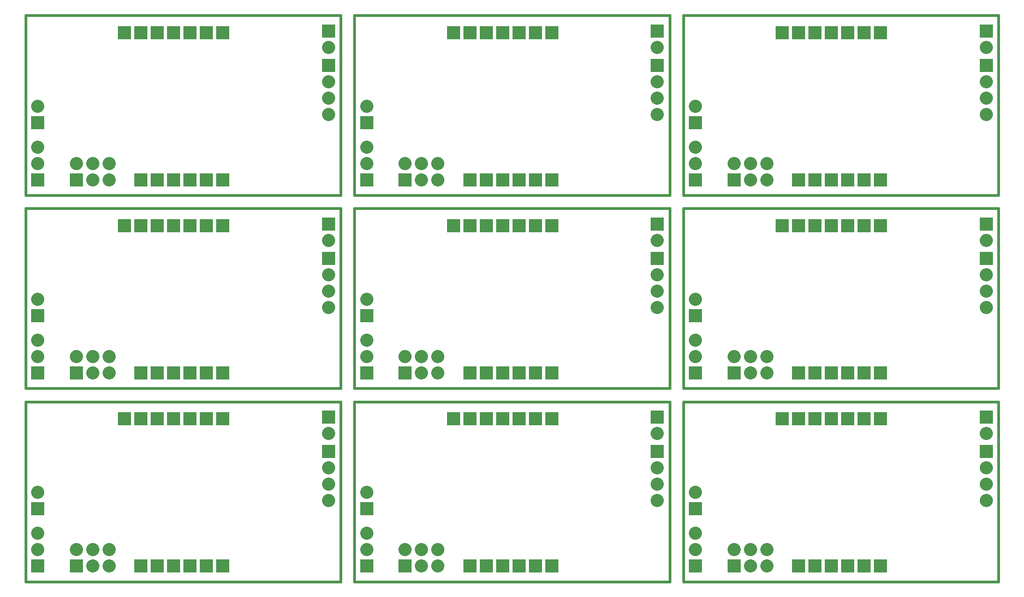
<source format=gbs>
G04 (created by PCBNEW-RS274X (2012-jan-04)-stable) date Thu 08 Nov 2012 06:26:56 PM CET*
G01*
G70*
G90*
%MOIN*%
G04 Gerber Fmt 3.4, Leading zero omitted, Abs format*
%FSLAX34Y34*%
G04 APERTURE LIST*
%ADD10C,0.006000*%
%ADD11C,0.015000*%
%ADD12R,0.080000X0.080000*%
%ADD13C,0.080000*%
G04 APERTURE END LIST*
G54D10*
G54D11*
X46390Y-40491D02*
X65640Y-40491D01*
X46390Y-29491D02*
X65640Y-29491D01*
X46390Y-40491D02*
X46390Y-29491D01*
X65640Y-29491D02*
X65640Y-40491D01*
X65640Y-17680D02*
X65640Y-28680D01*
X46390Y-28680D02*
X46390Y-17680D01*
X46390Y-17680D02*
X65640Y-17680D01*
X46390Y-28680D02*
X65640Y-28680D01*
X46390Y-16869D02*
X65640Y-16869D01*
X46390Y-05869D02*
X65640Y-05869D01*
X46390Y-16869D02*
X46390Y-05869D01*
X65640Y-05869D02*
X65640Y-16869D01*
X45561Y-05869D02*
X45561Y-16869D01*
X26311Y-16869D02*
X26311Y-05869D01*
X26311Y-05869D02*
X45561Y-05869D01*
X26311Y-16869D02*
X45561Y-16869D01*
X26311Y-28680D02*
X45561Y-28680D01*
X26311Y-17680D02*
X45561Y-17680D01*
X26311Y-28680D02*
X26311Y-17680D01*
X45561Y-17680D02*
X45561Y-28680D01*
X45561Y-29491D02*
X45561Y-40491D01*
X26311Y-40491D02*
X26311Y-29491D01*
X26311Y-29491D02*
X45561Y-29491D01*
X26311Y-40491D02*
X45561Y-40491D01*
X06232Y-40491D02*
X25482Y-40491D01*
X06232Y-29491D02*
X25482Y-29491D01*
X06232Y-40491D02*
X06232Y-29491D01*
X25482Y-29491D02*
X25482Y-40491D01*
X25482Y-17680D02*
X25482Y-28680D01*
X06232Y-28680D02*
X06232Y-17680D01*
X06232Y-17680D02*
X25482Y-17680D01*
X06232Y-28680D02*
X25482Y-28680D01*
X06232Y-16869D02*
X25482Y-16869D01*
X06232Y-05869D02*
X25482Y-05869D01*
X06232Y-16869D02*
X06232Y-05869D01*
X25482Y-05869D02*
X25482Y-16869D01*
G54D12*
X64890Y-32541D03*
G54D13*
X64890Y-33541D03*
X64890Y-34541D03*
X64890Y-35541D03*
G54D12*
X49490Y-39541D03*
G54D13*
X49490Y-38541D03*
X50490Y-39541D03*
X50490Y-38541D03*
X51490Y-39541D03*
X51490Y-38541D03*
G54D12*
X47140Y-39541D03*
G54D13*
X47140Y-38541D03*
X47140Y-37541D03*
G54D12*
X64890Y-30441D03*
G54D13*
X64890Y-31441D03*
G54D12*
X47140Y-36041D03*
G54D13*
X47140Y-35041D03*
G54D12*
X57440Y-39541D03*
X52440Y-30541D03*
X53440Y-30541D03*
X54440Y-30541D03*
X53440Y-39541D03*
X54440Y-39541D03*
X58440Y-39541D03*
X56440Y-39541D03*
X55440Y-39541D03*
X55440Y-30541D03*
X56440Y-30541D03*
X57440Y-30541D03*
X58440Y-30541D03*
X58440Y-18730D03*
X57440Y-18730D03*
X56440Y-18730D03*
X55440Y-18730D03*
X55440Y-27730D03*
X56440Y-27730D03*
X58440Y-27730D03*
X54440Y-27730D03*
X53440Y-27730D03*
X54440Y-18730D03*
X53440Y-18730D03*
X52440Y-18730D03*
X57440Y-27730D03*
X47140Y-24230D03*
G54D13*
X47140Y-23230D03*
G54D12*
X64890Y-18630D03*
G54D13*
X64890Y-19630D03*
G54D12*
X47140Y-27730D03*
G54D13*
X47140Y-26730D03*
X47140Y-25730D03*
G54D12*
X49490Y-27730D03*
G54D13*
X49490Y-26730D03*
X50490Y-27730D03*
X50490Y-26730D03*
X51490Y-27730D03*
X51490Y-26730D03*
G54D12*
X64890Y-20730D03*
G54D13*
X64890Y-21730D03*
X64890Y-22730D03*
X64890Y-23730D03*
G54D12*
X64890Y-08919D03*
G54D13*
X64890Y-09919D03*
X64890Y-10919D03*
X64890Y-11919D03*
G54D12*
X49490Y-15919D03*
G54D13*
X49490Y-14919D03*
X50490Y-15919D03*
X50490Y-14919D03*
X51490Y-15919D03*
X51490Y-14919D03*
G54D12*
X47140Y-15919D03*
G54D13*
X47140Y-14919D03*
X47140Y-13919D03*
G54D12*
X64890Y-06819D03*
G54D13*
X64890Y-07819D03*
G54D12*
X47140Y-12419D03*
G54D13*
X47140Y-11419D03*
G54D12*
X57440Y-15919D03*
X52440Y-06919D03*
X53440Y-06919D03*
X54440Y-06919D03*
X53440Y-15919D03*
X54440Y-15919D03*
X58440Y-15919D03*
X56440Y-15919D03*
X55440Y-15919D03*
X55440Y-06919D03*
X56440Y-06919D03*
X57440Y-06919D03*
X58440Y-06919D03*
X38361Y-06919D03*
X37361Y-06919D03*
X36361Y-06919D03*
X35361Y-06919D03*
X35361Y-15919D03*
X36361Y-15919D03*
X38361Y-15919D03*
X34361Y-15919D03*
X33361Y-15919D03*
X34361Y-06919D03*
X33361Y-06919D03*
X32361Y-06919D03*
X37361Y-15919D03*
X27061Y-12419D03*
G54D13*
X27061Y-11419D03*
G54D12*
X44811Y-06819D03*
G54D13*
X44811Y-07819D03*
G54D12*
X27061Y-15919D03*
G54D13*
X27061Y-14919D03*
X27061Y-13919D03*
G54D12*
X29411Y-15919D03*
G54D13*
X29411Y-14919D03*
X30411Y-15919D03*
X30411Y-14919D03*
X31411Y-15919D03*
X31411Y-14919D03*
G54D12*
X44811Y-08919D03*
G54D13*
X44811Y-09919D03*
X44811Y-10919D03*
X44811Y-11919D03*
G54D12*
X44811Y-20730D03*
G54D13*
X44811Y-21730D03*
X44811Y-22730D03*
X44811Y-23730D03*
G54D12*
X29411Y-27730D03*
G54D13*
X29411Y-26730D03*
X30411Y-27730D03*
X30411Y-26730D03*
X31411Y-27730D03*
X31411Y-26730D03*
G54D12*
X27061Y-27730D03*
G54D13*
X27061Y-26730D03*
X27061Y-25730D03*
G54D12*
X44811Y-18630D03*
G54D13*
X44811Y-19630D03*
G54D12*
X27061Y-24230D03*
G54D13*
X27061Y-23230D03*
G54D12*
X37361Y-27730D03*
X32361Y-18730D03*
X33361Y-18730D03*
X34361Y-18730D03*
X33361Y-27730D03*
X34361Y-27730D03*
X38361Y-27730D03*
X36361Y-27730D03*
X35361Y-27730D03*
X35361Y-18730D03*
X36361Y-18730D03*
X37361Y-18730D03*
X38361Y-18730D03*
X38361Y-30541D03*
X37361Y-30541D03*
X36361Y-30541D03*
X35361Y-30541D03*
X35361Y-39541D03*
X36361Y-39541D03*
X38361Y-39541D03*
X34361Y-39541D03*
X33361Y-39541D03*
X34361Y-30541D03*
X33361Y-30541D03*
X32361Y-30541D03*
X37361Y-39541D03*
X27061Y-36041D03*
G54D13*
X27061Y-35041D03*
G54D12*
X44811Y-30441D03*
G54D13*
X44811Y-31441D03*
G54D12*
X27061Y-39541D03*
G54D13*
X27061Y-38541D03*
X27061Y-37541D03*
G54D12*
X29411Y-39541D03*
G54D13*
X29411Y-38541D03*
X30411Y-39541D03*
X30411Y-38541D03*
X31411Y-39541D03*
X31411Y-38541D03*
G54D12*
X44811Y-32541D03*
G54D13*
X44811Y-33541D03*
X44811Y-34541D03*
X44811Y-35541D03*
G54D12*
X24732Y-32541D03*
G54D13*
X24732Y-33541D03*
X24732Y-34541D03*
X24732Y-35541D03*
G54D12*
X09332Y-39541D03*
G54D13*
X09332Y-38541D03*
X10332Y-39541D03*
X10332Y-38541D03*
X11332Y-39541D03*
X11332Y-38541D03*
G54D12*
X06982Y-39541D03*
G54D13*
X06982Y-38541D03*
X06982Y-37541D03*
G54D12*
X24732Y-30441D03*
G54D13*
X24732Y-31441D03*
G54D12*
X06982Y-36041D03*
G54D13*
X06982Y-35041D03*
G54D12*
X17282Y-39541D03*
X12282Y-30541D03*
X13282Y-30541D03*
X14282Y-30541D03*
X13282Y-39541D03*
X14282Y-39541D03*
X18282Y-39541D03*
X16282Y-39541D03*
X15282Y-39541D03*
X15282Y-30541D03*
X16282Y-30541D03*
X17282Y-30541D03*
X18282Y-30541D03*
X18282Y-18730D03*
X17282Y-18730D03*
X16282Y-18730D03*
X15282Y-18730D03*
X15282Y-27730D03*
X16282Y-27730D03*
X18282Y-27730D03*
X14282Y-27730D03*
X13282Y-27730D03*
X14282Y-18730D03*
X13282Y-18730D03*
X12282Y-18730D03*
X17282Y-27730D03*
X06982Y-24230D03*
G54D13*
X06982Y-23230D03*
G54D12*
X24732Y-18630D03*
G54D13*
X24732Y-19630D03*
G54D12*
X06982Y-27730D03*
G54D13*
X06982Y-26730D03*
X06982Y-25730D03*
G54D12*
X09332Y-27730D03*
G54D13*
X09332Y-26730D03*
X10332Y-27730D03*
X10332Y-26730D03*
X11332Y-27730D03*
X11332Y-26730D03*
G54D12*
X24732Y-20730D03*
G54D13*
X24732Y-21730D03*
X24732Y-22730D03*
X24732Y-23730D03*
G54D12*
X24732Y-08919D03*
G54D13*
X24732Y-09919D03*
X24732Y-10919D03*
X24732Y-11919D03*
G54D12*
X09332Y-15919D03*
G54D13*
X09332Y-14919D03*
X10332Y-15919D03*
X10332Y-14919D03*
X11332Y-15919D03*
X11332Y-14919D03*
G54D12*
X06982Y-15919D03*
G54D13*
X06982Y-14919D03*
X06982Y-13919D03*
G54D12*
X24732Y-06819D03*
G54D13*
X24732Y-07819D03*
G54D12*
X06982Y-12419D03*
G54D13*
X06982Y-11419D03*
G54D12*
X17282Y-15919D03*
X12282Y-06919D03*
X13282Y-06919D03*
X14282Y-06919D03*
X13282Y-15919D03*
X14282Y-15919D03*
X18282Y-15919D03*
X16282Y-15919D03*
X15282Y-15919D03*
X15282Y-06919D03*
X16282Y-06919D03*
X17282Y-06919D03*
X18282Y-06919D03*
M02*

</source>
